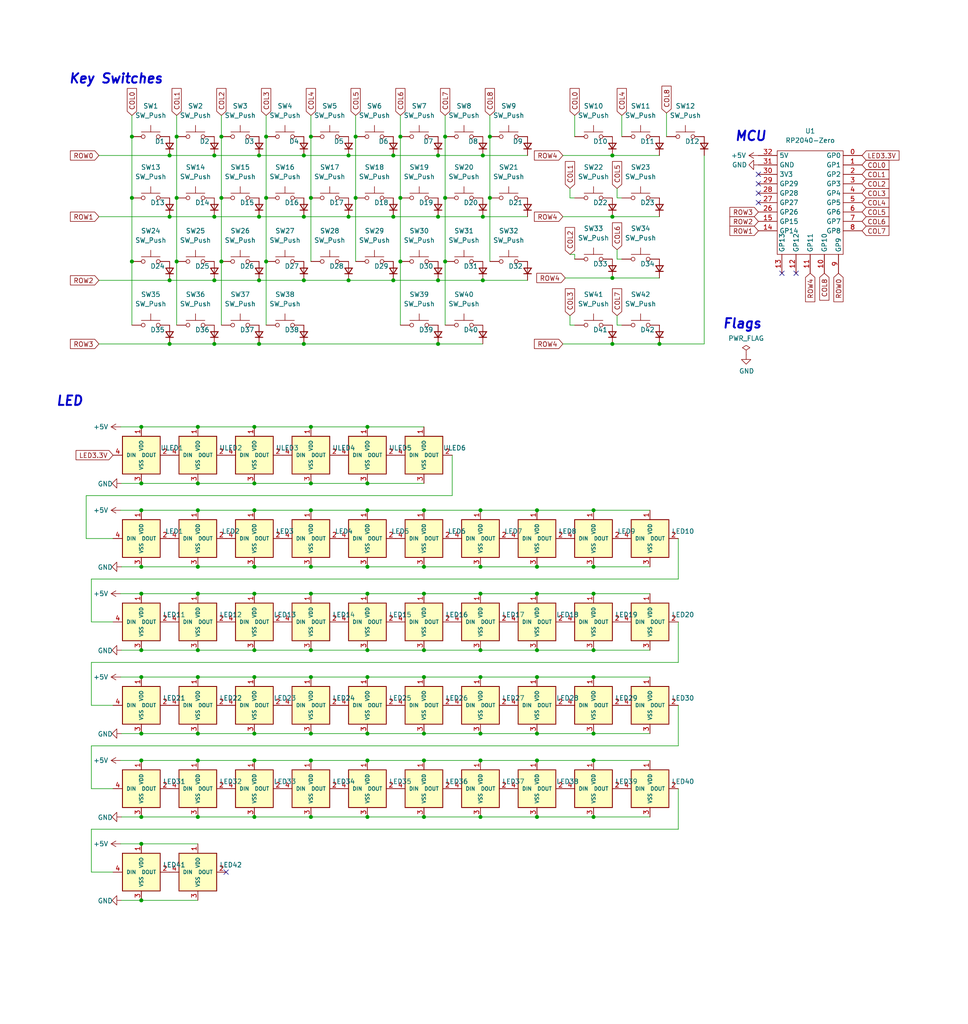
<source format=kicad_sch>
(kicad_sch (version 20231120) (generator "eeschema") (generator_version "8.0")
  (paper "User" 260.985 275.996)
  (title_block (title "Manul (Noraneko42GR choc v2 mod)") (rev "v2.0"))
  (junction (at 45.72 58.42))
  (junction (at 69.85 58.42))
  (junction (at 129.54 197.739))
  (junction (at 99.06 182.499))
  (junction (at 38.1 130.302))
  (junction (at 118.11 75.565))
  (junction (at 68.58 115.062))
  (junction (at 53.34 130.302))
  (junction (at 35.56 70.485))
  (junction (at 129.54 204.978))
  (junction (at 144.78 175.26))
  (junction (at 106.045 58.42))
  (junction (at 144.78 160.02))
  (junction (at 83.82 182.499))
  (junction (at 68.58 160.02))
  (junction (at 45.72 92.71))
  (junction (at 144.78 204.978))
  (junction (at 99.06 204.978))
  (junction (at 107.95 70.485))
  (junction (at 83.82 197.739))
  (junction (at 130.175 41.91))
  (junction (at 81.915 41.91))
  (junction (at 38.1 182.499))
  (junction (at 38.1 160.02))
  (junction (at 129.54 220.218))
  (junction (at 99.06 152.781))
  (junction (at 53.34 152.781))
  (junction (at 165.1 41.91))
  (junction (at 35.56 36.83))
  (junction (at 99.06 220.218))
  (junction (at 53.34 204.978))
  (junction (at 68.58 220.218))
  (junction (at 95.885 53.34))
  (junction (at 53.34 137.541))
  (junction (at 38.1 115.062))
  (junction (at 68.58 204.978))
  (junction (at 83.82 175.26))
  (junction (at 45.72 41.91))
  (junction (at 118.11 92.71))
  (junction (at 160.02 137.541))
  (junction (at 129.54 175.26))
  (junction (at 38.1 242.697))
  (junction (at 160.02 152.781))
  (junction (at 53.34 160.02))
  (junction (at 129.54 152.781))
  (junction (at 59.69 36.83))
  (junction (at 130.175 75.565))
  (junction (at 93.98 58.42))
  (junction (at 99.06 115.062))
  (junction (at 129.54 182.499))
  (junction (at 160.02 160.02))
  (junction (at 114.3 204.978))
  (junction (at 165.1 74.93))
  (junction (at 81.915 75.565))
  (junction (at 93.98 75.565))
  (junction (at 57.785 75.565))
  (junction (at 160.02 220.218))
  (junction (at 47.625 70.485))
  (junction (at 71.755 36.83))
  (junction (at 144.78 220.218))
  (junction (at 83.82 152.781))
  (junction (at 99.06 160.02))
  (junction (at 68.58 130.302))
  (junction (at 68.58 137.541))
  (junction (at 83.82 137.541))
  (junction (at 130.175 58.42))
  (junction (at 118.11 58.42))
  (junction (at 59.69 70.485))
  (junction (at 144.78 152.781))
  (junction (at 144.78 137.541))
  (junction (at 114.3 182.499))
  (junction (at 114.3 160.02))
  (junction (at 83.82 220.218))
  (junction (at 177.8 92.71))
  (junction (at 38.1 204.978))
  (junction (at 106.045 41.91))
  (junction (at 120.015 36.83))
  (junction (at 114.3 197.739))
  (junction (at 107.95 36.83))
  (junction (at 95.885 36.83))
  (junction (at 68.58 197.739))
  (junction (at 38.1 197.739))
  (junction (at 120.015 70.485))
  (junction (at 165.1 58.42))
  (junction (at 83.82 160.02))
  (junction (at 53.34 182.499))
  (junction (at 165.1 92.71))
  (junction (at 53.34 115.062))
  (junction (at 47.625 36.83))
  (junction (at 68.58 182.499))
  (junction (at 107.95 53.34))
  (junction (at 99.06 130.302))
  (junction (at 99.06 197.739))
  (junction (at 68.58 175.26))
  (junction (at 35.56 53.34))
  (junction (at 53.34 197.739))
  (junction (at 38.1 175.26))
  (junction (at 57.785 92.71))
  (junction (at 114.3 175.26))
  (junction (at 38.1 220.218))
  (junction (at 59.69 53.34))
  (junction (at 144.78 197.739))
  (junction (at 45.72 75.565))
  (junction (at 57.785 58.42))
  (junction (at 118.11 41.91))
  (junction (at 114.3 137.541))
  (junction (at 160.02 175.26))
  (junction (at 71.755 70.485))
  (junction (at 99.06 137.541))
  (junction (at 106.045 75.565))
  (junction (at 38.1 137.541))
  (junction (at 83.82 130.302))
  (junction (at 160.02 182.499))
  (junction (at 160.02 204.978))
  (junction (at 93.98 41.91))
  (junction (at 69.85 75.565))
  (junction (at 160.02 197.739))
  (junction (at 114.3 152.781))
  (junction (at 57.785 41.91))
  (junction (at 144.78 182.499))
  (junction (at 81.915 58.42))
  (junction (at 99.06 175.26))
  (junction (at 81.915 92.71))
  (junction (at 71.755 53.34))
  (junction (at 53.34 175.26))
  (junction (at 47.625 53.34))
  (junction (at 114.3 220.218))
  (junction (at 68.58 152.781))
  (junction (at 69.85 92.71))
  (junction (at 38.1 227.457))
  (junction (at 83.82 204.978))
  (junction (at 129.54 160.02))
  (junction (at 129.54 137.541))
  (junction (at 83.82 36.83))
  (junction (at 83.82 115.062))
  (junction (at 53.34 220.218))
  (junction (at 83.82 53.34))
  (junction (at 38.1 152.781))
  (junction (at 132.08 36.83))
  (junction (at 69.85 41.91))
  (junction (at 120.015 53.34))
  (junction (at 132.08 53.34))
  (no_connect (at 210.82 73.66))
  (no_connect (at 204.47 49.53))
  (no_connect (at 204.47 54.61))
  (no_connect (at 214.63 73.66))
  (no_connect (at 204.47 46.99))
  (no_connect (at 204.47 52.07))
  (no_connect (at 60.96 235.077))
  (wire (pts (xy 132.08 53.34) (xy 132.08 70.485)))
  (wire (pts (xy 160.02 137.541) (xy 175.26 137.541)))
  (wire (pts (xy 45.72 41.91) (xy 57.785 41.91)))
  (wire (pts (xy 38.1 160.02) (xy 53.34 160.02)))
  (wire (pts (xy 38.1 197.739) (xy 53.34 197.739)))
  (wire (pts (xy 160.02 204.978) (xy 175.26 204.978)))
  (wire (pts (xy 99.06 182.499) (xy 114.3 182.499)))
  (wire (pts (xy 165.1 41.91) (xy 177.8 41.91)))
  (wire (pts (xy 107.95 53.34) (xy 107.95 70.485)))
  (wire (pts (xy 57.785 58.42) (xy 69.85 58.42)))
  (wire (pts (xy 160.02 197.739) (xy 175.26 197.739)))
  (wire (pts (xy 152.4 74.93) (xy 165.1 74.93)))
  (wire (pts (xy 160.02 175.26) (xy 175.26 175.26)))
  (wire (pts (xy 114.3 197.739) (xy 129.54 197.739)))
  (wire (pts (xy 95.885 31.115) (xy 95.885 36.83)))
  (wire (pts (xy 59.69 31.115) (xy 59.69 36.83)))
  (wire (pts (xy 182.88 190.119) (xy 182.88 201.041)))
  (wire (pts (xy 24.638 190.119) (xy 30.48 190.119)))
  (wire (pts (xy 38.1 175.26) (xy 53.34 175.26)))
  (wire (pts (xy 121.92 133.604) (xy 23.241 133.604)))
  (wire (pts (xy 165.1 58.42) (xy 177.8 58.42)))
  (wire (pts (xy 32.766 197.739) (xy 38.1 197.739)))
  (wire (pts (xy 53.34 160.02) (xy 68.58 160.02)))
  (wire (pts (xy 99.06 160.02) (xy 114.3 160.02)))
  (wire (pts (xy 118.11 92.71) (xy 130.175 92.71)))
  (wire (pts (xy 32.512 115.062) (xy 38.1 115.062)))
  (wire (pts (xy 114.3 175.26) (xy 129.54 175.26)))
  (wire (pts (xy 68.58 115.062) (xy 83.82 115.062)))
  (wire (pts (xy 26.67 58.42) (xy 45.72 58.42)))
  (wire (pts (xy 69.85 41.91) (xy 81.915 41.91)))
  (wire (pts (xy 129.54 220.218) (xy 144.78 220.218)))
  (wire (pts (xy 114.3 160.02) (xy 129.54 160.02)))
  (wire (pts (xy 57.785 41.91) (xy 69.85 41.91)))
  (wire (pts (xy 57.785 92.71) (xy 69.85 92.71)))
  (wire (pts (xy 121.92 122.682) (xy 121.92 133.604)))
  (wire (pts (xy 24.638 212.598) (xy 30.48 212.598)))
  (wire (pts (xy 114.3 182.499) (xy 129.54 182.499)))
  (wire (pts (xy 120.015 53.34) (xy 120.015 70.485)))
  (wire (pts (xy 35.56 53.34) (xy 35.56 70.485)))
  (wire (pts (xy 189.865 41.91) (xy 189.865 92.71)))
  (wire (pts (xy 118.11 41.91) (xy 130.175 41.91)))
  (wire (pts (xy 179.705 30.48) (xy 179.705 36.83)))
  (wire (pts (xy 53.34 115.062) (xy 68.58 115.062)))
  (wire (pts (xy 129.54 182.499) (xy 144.78 182.499)))
  (wire (pts (xy 166.37 85.09) (xy 166.37 87.63)))
  (wire (pts (xy 32.512 227.457) (xy 38.1 227.457)))
  (wire (pts (xy 32.766 220.218) (xy 38.1 220.218)))
  (wire (pts (xy 151.765 58.42) (xy 165.1 58.42)))
  (wire (pts (xy 53.34 182.499) (xy 68.58 182.499)))
  (wire (pts (xy 182.88 178.562) (xy 24.638 178.562)))
  (wire (pts (xy 166.37 67.31) (xy 166.37 69.85)))
  (wire (pts (xy 165.1 92.71) (xy 177.8 92.71)))
  (wire (pts (xy 153.67 50.8) (xy 153.67 53.34)))
  (wire (pts (xy 38.1 182.499) (xy 53.34 182.499)))
  (wire (pts (xy 83.82 115.062) (xy 99.06 115.062)))
  (wire (pts (xy 182.88 212.598) (xy 182.88 223.52)))
  (wire (pts (xy 81.915 58.42) (xy 93.98 58.42)))
  (wire (pts (xy 38.1 220.218) (xy 53.34 220.218)))
  (wire (pts (xy 83.82 204.978) (xy 99.06 204.978)))
  (wire (pts (xy 106.045 41.91) (xy 118.11 41.91)))
  (wire (pts (xy 71.755 53.34) (xy 71.755 70.485)))
  (wire (pts (xy 83.82 36.83) (xy 83.82 53.34)))
  (wire (pts (xy 24.638 235.077) (xy 30.48 235.077)))
  (wire (pts (xy 182.88 156.083) (xy 24.638 156.083)))
  (wire (pts (xy 24.638 156.083) (xy 24.638 167.64)))
  (wire (pts (xy 83.82 220.218) (xy 99.06 220.218)))
  (wire (pts (xy 53.34 175.26) (xy 68.58 175.26)))
  (wire (pts (xy 130.175 58.42) (xy 142.24 58.42)))
  (wire (pts (xy 93.98 75.565) (xy 106.045 75.565)))
  (wire (pts (xy 24.638 212.598) (xy 24.638 201.041)))
  (wire (pts (xy 83.82 137.541) (xy 99.06 137.541)))
  (wire (pts (xy 35.56 70.485) (xy 35.56 87.63)))
  (wire (pts (xy 99.06 130.302) (xy 114.3 130.302)))
  (wire (pts (xy 93.98 58.42) (xy 106.045 58.42)))
  (wire (pts (xy 118.11 58.42) (xy 130.175 58.42)))
  (wire (pts (xy 24.638 190.119) (xy 24.638 178.562)))
  (wire (pts (xy 38.1 204.978) (xy 53.34 204.978)))
  (wire (pts (xy 154.94 68.58) (xy 154.94 69.85)))
  (wire (pts (xy 32.766 130.302) (xy 38.1 130.302)))
  (wire (pts (xy 129.54 197.739) (xy 144.78 197.739)))
  (wire (pts (xy 130.175 75.565) (xy 142.24 75.565)))
  (wire (pts (xy 69.85 75.565) (xy 81.915 75.565)))
  (wire (pts (xy 182.88 201.041) (xy 24.638 201.041)))
  (wire (pts (xy 68.58 175.26) (xy 83.82 175.26)))
  (wire (pts (xy 154.94 31.115) (xy 154.94 36.83)))
  (wire (pts (xy 83.82 152.781) (xy 99.06 152.781)))
  (wire (pts (xy 166.37 50.8) (xy 166.37 53.34)))
  (wire (pts (xy 167.64 31.115) (xy 167.64 36.83)))
  (wire (pts (xy 83.82 182.499) (xy 99.06 182.499)))
  (wire (pts (xy 68.58 137.541) (xy 83.82 137.541)))
  (wire (pts (xy 68.58 152.781) (xy 83.82 152.781)))
  (wire (pts (xy 68.58 160.02) (xy 83.82 160.02)))
  (wire (pts (xy 165.1 74.93) (xy 177.8 74.93)))
  (wire (pts (xy 182.88 145.161) (xy 182.88 156.083)))
  (wire (pts (xy 129.54 204.978) (xy 144.78 204.978)))
  (wire (pts (xy 107.95 70.485) (xy 107.95 87.63)))
  (wire (pts (xy 153.67 68.58) (xy 154.94 68.58)))
  (wire (pts (xy 35.56 31.115) (xy 35.56 36.83)))
  (wire (pts (xy 47.625 70.485) (xy 47.625 87.63)))
  (wire (pts (xy 153.67 87.63) (xy 154.94 87.63)))
  (wire (pts (xy 68.58 130.302) (xy 83.82 130.302)))
  (wire (pts (xy 144.78 137.541) (xy 160.02 137.541)))
  (wire (pts (xy 45.72 75.565) (xy 57.785 75.565)))
  (wire (pts (xy 93.98 41.91) (xy 106.045 41.91)))
  (wire (pts (xy 53.34 197.739) (xy 68.58 197.739)))
  (wire (pts (xy 182.88 223.52) (xy 24.638 223.52)))
  (wire (pts (xy 45.72 58.42) (xy 57.785 58.42)))
  (wire (pts (xy 53.34 130.302) (xy 68.58 130.302)))
  (wire (pts (xy 95.885 53.34) (xy 95.885 70.485)))
  (wire (pts (xy 35.56 36.83) (xy 35.56 53.34)))
  (wire (pts (xy 99.06 175.26) (xy 114.3 175.26)))
  (wire (pts (xy 59.69 70.485) (xy 59.69 87.63)))
  (wire (pts (xy 129.54 160.02) (xy 144.78 160.02)))
  (wire (pts (xy 182.88 167.64) (xy 182.88 178.562)))
  (wire (pts (xy 26.67 92.71) (xy 45.72 92.71)))
  (wire (pts (xy 129.54 152.781) (xy 144.78 152.781)))
  (wire (pts (xy 132.08 36.83) (xy 132.08 53.34)))
  (wire (pts (xy 144.78 152.781) (xy 160.02 152.781)))
  (wire (pts (xy 38.1 130.302) (xy 53.34 130.302)))
  (wire (pts (xy 160.02 152.781) (xy 175.26 152.781)))
  (wire (pts (xy 81.915 92.71) (xy 118.11 92.71)))
  (wire (pts (xy 130.175 41.91) (xy 142.24 41.91)))
  (wire (pts (xy 144.78 175.26) (xy 160.02 175.26)))
  (wire (pts (xy 68.58 182.499) (xy 83.82 182.499)))
  (wire (pts (xy 153.67 85.09) (xy 153.67 87.63)))
  (wire (pts (xy 69.85 58.42) (xy 81.915 58.42)))
  (wire (pts (xy 38.1 227.457) (xy 53.34 227.457)))
  (wire (pts (xy 53.34 220.218) (xy 68.58 220.218)))
  (wire (pts (xy 24.638 235.077) (xy 24.638 223.52)))
  (wire (pts (xy 99.06 115.062) (xy 114.3 115.062)))
  (wire (pts (xy 68.58 204.978) (xy 83.82 204.978)))
  (wire (pts (xy 166.37 53.34) (xy 167.64 53.34)))
  (wire (pts (xy 114.3 137.541) (xy 129.54 137.541)))
  (wire (pts (xy 53.34 152.781) (xy 68.58 152.781)))
  (wire (pts (xy 71.755 31.115) (xy 71.755 36.83)))
  (wire (pts (xy 69.85 92.71) (xy 81.915 92.71)))
  (wire (pts (xy 81.915 75.565) (xy 93.98 75.565)))
  (wire (pts (xy 26.67 75.565) (xy 45.72 75.565)))
  (wire (pts (xy 26.67 41.91) (xy 45.72 41.91)))
  (wire (pts (xy 83.82 197.739) (xy 99.06 197.739)))
  (wire (pts (xy 177.8 92.71) (xy 189.865 92.71)))
  (wire (pts (xy 45.72 92.71) (xy 57.785 92.71)))
  (wire (pts (xy 114.3 220.218) (xy 129.54 220.218)))
  (wire (pts (xy 47.625 31.115) (xy 47.625 36.83)))
  (wire (pts (xy 47.625 36.83) (xy 47.625 53.34)))
  (wire (pts (xy 120.015 70.485) (xy 120.015 87.63)))
  (wire (pts (xy 99.06 137.541) (xy 114.3 137.541)))
  (wire (pts (xy 71.755 36.83) (xy 71.755 53.34)))
  (wire (pts (xy 144.78 204.978) (xy 160.02 204.978)))
  (wire (pts (xy 23.241 145.161) (xy 30.48 145.161)))
  (wire (pts (xy 47.625 53.34) (xy 47.625 70.485)))
  (wire (pts (xy 120.015 36.83) (xy 120.015 53.34)))
  (wire (pts (xy 53.34 204.978) (xy 68.58 204.978)))
  (wire (pts (xy 83.82 130.302) (xy 99.06 130.302)))
  (wire (pts (xy 32.766 152.781) (xy 38.1 152.781)))
  (wire (pts (xy 38.1 115.062) (xy 53.34 115.062)))
  (wire (pts (xy 83.82 31.115) (xy 83.82 36.83)))
  (wire (pts (xy 106.045 58.42) (xy 118.11 58.42)))
  (wire (pts (xy 160.02 182.499) (xy 175.26 182.499)))
  (wire (pts (xy 114.3 204.978) (xy 129.54 204.978)))
  (wire (pts (xy 132.08 31.115) (xy 132.08 36.83)))
  (wire (pts (xy 83.82 160.02) (xy 99.06 160.02)))
  (wire (pts (xy 129.54 175.26) (xy 144.78 175.26)))
  (wire (pts (xy 32.512 204.978) (xy 38.1 204.978)))
  (wire (pts (xy 151.765 41.91) (xy 165.1 41.91)))
  (wire (pts (xy 68.58 197.739) (xy 83.82 197.739)))
  (wire (pts (xy 83.82 53.34) (xy 83.82 70.485)))
  (wire (pts (xy 59.69 53.34) (xy 59.69 70.485)))
  (wire (pts (xy 99.06 204.978) (xy 114.3 204.978)))
  (wire (pts (xy 32.512 160.02) (xy 38.1 160.02)))
  (wire (pts (xy 160.02 220.218) (xy 175.26 220.218)))
  (wire (pts (xy 160.02 160.02) (xy 175.26 160.02)))
  (wire (pts (xy 32.766 175.26) (xy 38.1 175.26)))
  (wire (pts (xy 83.82 175.26) (xy 99.06 175.26)))
  (wire (pts (xy 95.885 36.83) (xy 95.885 53.34)))
  (wire (pts (xy 81.915 41.91) (xy 93.98 41.91)))
  (wire (pts (xy 151.765 92.71) (xy 165.1 92.71)))
  (wire (pts (xy 71.755 70.485) (xy 71.755 87.63)))
  (wire (pts (xy 129.54 137.541) (xy 144.78 137.541)))
  (wire (pts (xy 57.785 75.565) (xy 69.85 75.565)))
  (wire (pts (xy 32.512 137.541) (xy 38.1 137.541)))
  (wire (pts (xy 38.1 242.697) (xy 53.34 242.697)))
  (wire (pts (xy 114.3 152.781) (xy 129.54 152.781)))
  (wire (pts (xy 99.06 152.781) (xy 114.3 152.781)))
  (wire (pts (xy 59.69 36.83) (xy 59.69 53.34)))
  (wire (pts (xy 153.67 53.34) (xy 154.94 53.34)))
  (wire (pts (xy 120.015 31.115) (xy 120.015 36.83)))
  (wire (pts (xy 32.512 182.499) (xy 38.1 182.499)))
  (wire (pts (xy 144.78 182.499) (xy 160.02 182.499)))
  (wire (pts (xy 68.58 220.218) (xy 83.82 220.218)))
  (wire (pts (xy 166.37 87.63) (xy 167.64 87.63)))
  (wire (pts (xy 144.78 160.02) (xy 160.02 160.02)))
  (wire (pts (xy 118.11 75.565) (xy 130.175 75.565)))
  (wire (pts (xy 38.1 137.541) (xy 53.34 137.541)))
  (wire (pts (xy 107.95 36.83) (xy 107.95 53.34)))
  (wire (pts (xy 38.1 152.781) (xy 53.34 152.781)))
  (wire (pts (xy 144.78 220.218) (xy 160.02 220.218)))
  (wire (pts (xy 99.06 197.739) (xy 114.3 197.739)))
  (wire (pts (xy 107.95 31.115) (xy 107.95 36.83)))
  (wire (pts (xy 144.78 197.739) (xy 160.02 197.739)))
  (wire (pts (xy 53.34 137.541) (xy 68.58 137.541)))
  (wire (pts (xy 24.638 167.64) (xy 30.48 167.64)))
  (wire (pts (xy 99.06 220.218) (xy 114.3 220.218)))
  (wire (pts (xy 166.37 69.85) (xy 167.64 69.85)))
  (wire (pts (xy 23.241 133.604) (xy 23.241 145.161)))
  (wire (pts (xy 32.766 242.697) (xy 38.1 242.697)))
  (wire (pts (xy 106.045 75.565) (xy 118.11 75.565)))
  (text "MCU" (at 197.993 38.354 0) (effects (font (size 2.54 2.54) (thickness 0.508) (bold yes) (italic yes)) (justify left bottom)))
  (text "LED" (at 14.986 109.728 0) (effects (font (size 2.54 2.54) (thickness 0.508) (bold yes) (italic yes)) (justify left bottom)))
  (text "Flags" (at 194.691 88.9 0) (effects (font (size 2.54 2.54) (thickness 0.508) (bold yes) (italic yes)) (justify left bottom)))
  (text "Key Switches" (at 18.415 22.86 0) (effects (font (size 2.54 2.54) (thickness 0.508) (bold yes) (italic yes)) (justify left bottom)))
  (global_label "LED3.3V" (shape input) (at 30.48 122.682 180) (property "Intersheetrefs" "${INTERSHEET_REFS}" (effects (hide yes))) (property "シート間のリファレンス" "${INTERSHEET_REFS}" (effects (hide yes))))
  (global_label "COL2" (shape input) (at 153.67 68.58 90) (property "Intersheetrefs" "${INTERSHEET_REFS}" (effects (hide yes))))
  (global_label "COL3" (shape input) (at 71.755 31.115 90) (property "Intersheetrefs" "${INTERSHEET_REFS}" (effects (hide yes))))
  (global_label "COL4" (shape input) (at 167.64 31.115 90) (property "Intersheetrefs" "${INTERSHEET_REFS}" (effects (hide yes))))
  (global_label "ROW4" (shape input) (at 151.765 58.42 180) (property "Intersheetrefs" "${INTERSHEET_REFS}" (effects (hide yes))))
  (global_label "ROW1" (shape input) (at 26.67 58.42 180) (property "Intersheetrefs" "${INTERSHEET_REFS}" (effects (hide yes))))
  (global_label "COL4" (shape input) (at 83.82 31.115 90) (property "Intersheetrefs" "${INTERSHEET_REFS}" (effects (hide yes))))
  (global_label "COL5" (shape input) (at 95.885 31.115 90) (property "Intersheetrefs" "${INTERSHEET_REFS}" (effects (hide yes))))
  (global_label "ROW4" (shape input) (at 218.44 73.66 270) (property "Intersheetrefs" "${INTERSHEET_REFS}" (effects (hide yes))))
  (global_label "COL5" (shape input) (at 166.37 50.8 90) (property "Intersheetrefs" "${INTERSHEET_REFS}" (effects (hide yes))))
  (global_label "COL2" (shape input) (at 59.69 31.115 90) (property "Intersheetrefs" "${INTERSHEET_REFS}" (effects (hide yes))))
  (global_label "COL2" (shape input) (at 232.41 49.53 0) (property "Intersheetrefs" "${INTERSHEET_REFS}" (effects (hide yes))))
  (global_label "COL8" (shape input) (at 222.25 73.66 270) (property "Intersheetrefs" "${INTERSHEET_REFS}" (effects (hide yes))))
  (global_label "COL5" (shape input) (at 232.41 57.15 0) (property "Intersheetrefs" "${INTERSHEET_REFS}" (effects (hide yes))))
  (global_label "COL6" (shape input) (at 166.37 67.31 90) (property "Intersheetrefs" "${INTERSHEET_REFS}" (effects (hide yes))))
  (global_label "COL0" (shape input) (at 35.56 31.115 90) (property "Intersheetrefs" "${INTERSHEET_REFS}" (effects (hide yes))))
  (global_label "ROW4" (shape input) (at 151.765 92.71 180) (property "Intersheetrefs" "${INTERSHEET_REFS}" (effects (hide yes))))
  (global_label "COL4" (shape input) (at 232.41 54.61 0) (property "Intersheetrefs" "${INTERSHEET_REFS}" (effects (hide yes))))
  (global_label "ROW0" (shape input) (at 226.06 73.66 270) (property "Intersheetrefs" "${INTERSHEET_REFS}" (effects (hide yes))))
  (global_label "ROW2" (shape input) (at 204.47 59.69 180) (property "Intersheetrefs" "${INTERSHEET_REFS}" (effects (hide yes))))
  (global_label "ROW4" (shape input) (at 151.765 41.91 180) (property "Intersheetrefs" "${INTERSHEET_REFS}" (effects (hide yes))))
  (global_label "COL8" (shape input) (at 179.705 30.48 90) (property "Intersheetrefs" "${INTERSHEET_REFS}" (effects (hide yes))))
  (global_label "COL1" (shape input) (at 153.67 50.8 90) (property "Intersheetrefs" "${INTERSHEET_REFS}" (effects (hide yes))))
  (global_label "COL3" (shape input) (at 232.41 52.07 0) (property "Intersheetrefs" "${INTERSHEET_REFS}" (effects (hide yes))))
  (global_label "COL8" (shape input) (at 132.08 31.115 90) (property "Intersheetrefs" "${INTERSHEET_REFS}" (effects (hide yes))))
  (global_label "ROW0" (shape input) (at 26.67 41.91 180) (property "Intersheetrefs" "${INTERSHEET_REFS}" (effects (hide yes))))
  (global_label "COL3" (shape input) (at 153.67 85.09 90) (property "Intersheetrefs" "${INTERSHEET_REFS}" (effects (hide yes))))
  (global_label "ROW1" (shape input) (at 204.47 62.23 180) (property "Intersheetrefs" "${INTERSHEET_REFS}" (effects (hide yes))))
  (global_label "LED3.3V" (shape input) (at 232.41 41.91 0) (property "Intersheetrefs" "${INTERSHEET_REFS}" (effects (hide yes))) (property "シート間のリファレンス" "${INTERSHEET_REFS}" (effects (hide yes))))
  (global_label "COL6" (shape input) (at 107.95 31.115 90) (property "Intersheetrefs" "${INTERSHEET_REFS}" (effects (hide yes))))
  (global_label "COL0" (shape input) (at 154.94 31.115 90) (property "Intersheetrefs" "${INTERSHEET_REFS}" (effects (hide yes))))
  (global_label "COL1" (shape input) (at 232.41 46.99 0) (property "Intersheetrefs" "${INTERSHEET_REFS}" (effects (hide yes))))
  (global_label "ROW3" (shape input) (at 204.47 57.15 180) (property "Intersheetrefs" "${INTERSHEET_REFS}" (effects (hide yes))))
  (global_label "ROW2" (shape input) (at 26.67 75.565 180) (property "Intersheetrefs" "${INTERSHEET_REFS}" (effects (hide yes))))
  (global_label "ROW4" (shape input) (at 152.4 74.93 180) (property "Intersheetrefs" "${INTERSHEET_REFS}" (effects (hide yes))))
  (global_label "COL7" (shape input) (at 120.015 31.115 90) (property "Intersheetrefs" "${INTERSHEET_REFS}" (effects (hide yes))))
  (global_label "COL6" (shape input) (at 232.41 59.69 0) (property "Intersheetrefs" "${INTERSHEET_REFS}" (effects (hide yes))))
  (global_label "COL7" (shape input) (at 166.37 85.09 90) (property "Intersheetrefs" "${INTERSHEET_REFS}" (effects (hide yes))))
  (global_label "COL7" (shape input) (at 232.41 62.23 0) (property "Intersheetrefs" "${INTERSHEET_REFS}" (effects (hide yes))))
  (global_label "COL0" (shape input) (at 232.41 44.45 0) (property "Intersheetrefs" "${INTERSHEET_REFS}" (effects (hide yes))))
  (global_label "ROW3" (shape input) (at 26.67 92.71 180) (property "Intersheetrefs" "${INTERSHEET_REFS}" (effects (hide yes))))
  (global_label "COL1" (shape input) (at 47.625 31.115 90) (property "Intersheetrefs" "${INTERSHEET_REFS}" (effects (hide yes))))
  (symbol (lib_id "Noraneko:SK6812MINI-E") (at 53.34 167.64 0) (unit 1)
    (property "Reference" "LED12" (at 62.23 165.6956 0))
    (property "Value" "SK6812MINI-E" (effects (hide yes)))
    (property "Footprint" "Noraneko:SK6812MINI-E" (effects (hide yes)))
  )
  (symbol (lib_id "Switch:SW_Push") (at 76.835 70.485 0) (unit 1)
    (property "Reference" "SW27" (at 76.835 62.23 0))
    (property "Value" "SW_Push" (at 76.835 64.77 0))
    (property "Footprint" "kbd_SW:Choc_v2_Hotswap_1u" (effects (hide yes)))
  )
  (symbol (lib_id "Switch:SW_Push") (at 52.705 87.63 0) (unit 1)
    (property "Reference" "SW36" (at 52.705 79.375 0))
    (property "Value" "SW_Push" (at 52.705 81.915 0))
    (property "Footprint" "kbd_SW:Choc_v2_Hotswap_1.25u" (effects (hide yes)))
  )
  (symbol (lib_id "Switch:SW_Push") (at 52.705 53.34 0) (unit 1)
    (property "Reference" "SW14" (at 52.705 45.085 0))
    (property "Value" "SW_Push" (at 52.705 47.625 0))
    (property "Footprint" "kbd_SW:Choc_v2_Hotswap_1u" (effects (hide yes)))
  )
  (symbol (lib_id "Noraneko:SK6812MINI-E") (at 53.34 145.161 0) (unit 1)
    (property "Reference" "LED2" (at 62.23 143.2166 0))
    (property "Value" "SK6812MINI-E" (effects (hide yes)))
    (property "Footprint" "Noraneko:SK6812MINI-E" (effects (hide yes)))
  )
  (symbol (lib_id "Switch:SW_Push") (at 125.095 70.485 0) (unit 1)
    (property "Reference" "SW31" (at 125.095 62.23 0))
    (property "Value" "SW_Push" (at 125.095 64.77 0))
    (property "Footprint" "kbd_SW:Choc_v2_Hotswap_1u" (effects (hide yes)))
  )
  (symbol (lib_id "Noraneko:SK6812MINI-E") (at 114.3 212.598 0) (unit 1)
    (property "Reference" "LED36" (at 123.19 210.6536 0))
    (property "Value" "SK6812MINI-E" (effects (hide yes)))
    (property "Footprint" "Noraneko:SK6812MINI-E" (effects (hide yes)))
  )
  (symbol (lib_id "Noraneko:SK6812MINI-E") (at 83.82 145.161 0) (unit 1)
    (property "Reference" "LED4" (at 92.71 143.2166 0))
    (property "Value" "SK6812MINI-E" (effects (hide yes)))
    (property "Footprint" "Noraneko:SK6812MINI-E" (effects (hide yes)))
  )
  (symbol (lib_id "Noraneko:SK6812MINI-E") (at 129.54 167.64 0) (unit 1)
    (property "Reference" "LED17" (at 138.43 165.6956 0))
    (property "Value" "SK6812MINI-E" (effects (hide yes)))
    (property "Footprint" "Noraneko:SK6812MINI-E" (effects (hide yes)))
  )
  (symbol (lib_id "Device:D_Small") (at 177.8 90.17 90) (unit 1)
    (property "Reference" "D42" (at 176.53 88.9 90) (effects (justify left)))
    (property "Value" "D" (effects (hide yes)))
    (property "Footprint" "Noraneko:1N4148W" (effects (hide yes)))
    (property "LCSC" "C81598" (effects (hide yes)))
    (property "Sim.Device" "D" (effects (hide yes)))
    (property "Sim.Pins" "1=K 2=A" (effects (hide yes)))
  )
  (symbol (lib_id "Noraneko:SK6812MINI-E") (at 99.06 212.598 0) (unit 1)
    (property "Reference" "LED35" (at 107.95 210.6536 0))
    (property "Value" "SK6812MINI-E" (effects (hide yes)))
    (property "Footprint" "Noraneko:SK6812MINI-E" (effects (hide yes)))
  )
  (symbol (lib_id "Noraneko:SK6812MINI-E") (at 175.26 212.598 0) (unit 1)
    (property "Reference" "LED40" (at 184.15 210.6536 0))
    (property "Value" "SK6812MINI-E" (effects (hide yes)))
    (property "Footprint" "Noraneko:SK6812MINI-E" (effects (hide yes)))
  )
  (symbol (lib_id "Switch:SW_Push") (at 184.785 36.83 0) (unit 1)
    (property "Reference" "SW12" (at 184.785 28.575 0))
    (property "Value" "SW_Push" (at 184.785 31.115 0))
    (property "Footprint" "kbd_SW:Choc_v2_Hotswap_1u" (effects (hide yes)))
  )
  (symbol (lib_id "power:GND") (at 32.766 152.781 270) (unit 1)
    (property "Reference" "#PWR08" (effects (hide yes)))
    (property "Value" "GND" (at 28.3718 152.908 90))
  )
  (symbol (lib_id "Switch:SW_Push") (at 52.705 70.485 0) (unit 1)
    (property "Reference" "SW25" (at 52.705 62.23 0))
    (property "Value" "SW_Push" (at 52.705 64.77 0))
    (property "Footprint" "kbd_SW:Choc_v2_Hotswap_1u" (effects (hide yes)))
  )
  (symbol (lib_id "Noraneko:SK6812MINI-E") (at 99.06 190.119 0) (unit 1)
    (property "Reference" "LED25" (at 107.95 188.1746 0))
    (property "Value" "SK6812MINI-E" (effects (hide yes)))
    (property "Footprint" "Noraneko:SK6812MINI-E" (effects (hide yes)))
  )
  (symbol (lib_id "Switch:SW_Push") (at 40.64 53.34 0) (unit 1)
    (property "Reference" "SW13" (at 40.64 45.085 0))
    (property "Value" "SW_Push" (at 40.64 47.625 0))
    (property "Footprint" "kbd_SW:Choc_v2_Hotswap_1.25u" (effects (hide yes)))
  )
  (symbol (lib_id "Device:D_Small") (at 165.1 90.17 90) (unit 1)
    (property "Reference" "D41" (at 163.83 88.9 90) (effects (justify left)))
    (property "Value" "D" (effects (hide yes)))
    (property "Footprint" "Noraneko:1N4148W" (effects (hide yes)))
    (property "LCSC" "C81598" (effects (hide yes)))
    (property "Sim.Device" "D" (effects (hide yes)))
    (property "Sim.Pins" "1=K 2=A" (effects (hide yes)))
  )
  (symbol (lib_id "Noraneko:SK6812MINI-E") (at 83.82 212.598 0) (unit 1)
    (property "Reference" "LED34" (at 92.71 210.6536 0))
    (property "Value" "SK6812MINI-E" (effects (hide yes)))
    (property "Footprint" "Noraneko:SK6812MINI-E" (effects (hide yes)))
  )
  (symbol (lib_id "Device:D_Small") (at 189.865 39.37 90) (unit 1)
    (property "Reference" "D12" (at 188.595 38.1 90) (effects (justify left)))
    (property "Value" "D" (effects (hide yes)))
    (property "Footprint" "Noraneko:1N4148W" (effects (hide yes)))
    (property "LCSC" "C81598" (effects (hide yes)))
    (property "Sim.Device" "D" (effects (hide yes)))
    (property "Sim.Pins" "1=K 2=A" (effects (hide yes)))
  )
  (symbol (lib_id "Noraneko:SK6812MINI-E") (at 38.1 122.682 0) (unit 1)
    (property "Reference" "ULED1" (at 46.355 120.7376 0))
    (property "Value" "SK6812MINI-E" (effects (hide yes)))
    (property "Footprint" "Noraneko:WS2812B_PLCC4_5.0x5.0mm" (effects (hide yes)))
  )
  (symbol (lib_id "Device:D_Small") (at 177.8 72.39 90) (unit 1)
    (property "Reference" "D34" (at 176.53 71.12 90) (effects (justify left)))
    (property "Value" "D" (effects (hide yes)))
    (property "Footprint" "Noraneko:1N4148W" (effects (hide yes)))
    (property "LCSC" "C81598" (effects (hide yes)))
    (property "Sim.Device" "D" (effects (hide yes)))
    (property "Sim.Pins" "1=K 2=A" (effects (hide yes)))
  )
  (symbol (lib_id "Noraneko:SK6812MINI-E") (at 68.58 212.598 0) (unit 1)
    (property "Reference" "LED33" (at 76.835 210.6536 0))
    (property "Value" "SK6812MINI-E" (effects (hide yes)))
    (property "Footprint" "Noraneko:SK6812MINI-E_cat_right" (effects (hide yes)))
  )
  (symbol (lib_id "Switch:SW_Push") (at 137.16 36.83 0) (unit 1)
    (property "Reference" "SW9" (at 137.16 28.575 0))
    (property "Value" "SW_Push" (at 137.16 31.115 0))
    (property "Footprint" "kbd_SW:Choc_v2_Hotswap_1u" (effects (hide yes)))
  )
  (symbol (lib_id "Device:D_Small") (at 165.1 39.37 90) (unit 1)
    (property "Reference" "D10" (at 163.83 38.1 90) (effects (justify left)))
    (property "Value" "D" (effects (hide yes)))
    (property "Footprint" "Noraneko:1N4148W" (effects (hide yes)))
    (property "LCSC" "C81598" (effects (hide yes)))
    (property "Sim.Device" "D" (effects (hide yes)))
    (property "Sim.Pins" "1=K 2=A" (effects (hide yes)))
  )
  (symbol (lib_id "power:GND") (at 32.766 197.739 270) (unit 1)
    (property "Reference" "#PWR012" (effects (hide yes)))
    (property "Value" "GND" (at 28.3718 197.866 90))
  )
  (symbol (lib_id "Switch:SW_Push") (at 40.64 87.63 0) (unit 1)
    (property "Reference" "SW35" (at 40.64 79.375 0))
    (property "Value" "SW_Push" (at 40.64 81.915 0))
    (property "Footprint" "kbd_SW:Choc_v2_Hotswap_1u" (effects (hide yes)))
  )
  (symbol (lib_id "Noraneko:SK6812MINI-E") (at 99.06 145.161 0) (unit 1)
    (property "Reference" "LED5" (at 107.95 143.2166 0))
    (property "Value" "SK6812MINI-E" (effects (hide yes)))
    (property "Footprint" "Noraneko:SK6812MINI-E" (effects (hide yes)))
  )
  (symbol (lib_id "Switch:SW_Push") (at 88.9 53.34 0) (unit 1)
    (property "Reference" "SW17" (at 88.9 45.085 0))
    (property "Value" "SW_Push" (at 88.9 47.625 0))
    (property "Footprint" "kbd_SW:Choc_v2_Hotswap_1u" (effects (hide yes)))
  )
  (symbol (lib_id "Noraneko:SK6812MINI-E") (at 53.34 212.598 0) (unit 1)
    (property "Reference" "LED32" (at 62.23 210.6536 0))
    (property "Value" "SK6812MINI-E" (effects (hide yes)))
    (property "Footprint" "Noraneko:SK6812MINI-E" (effects (hide yes)))
  )
  (symbol (lib_id "Device:D_Small") (at 45.72 55.88 90) (unit 1)
    (property "Reference" "D13" (at 44.45 54.61 90) (effects (justify left)))
    (property "Value" "D" (effects (hide yes)))
    (property "Footprint" "Noraneko:1N4148W" (effects (hide yes)))
    (property "LCSC" "C81598" (effects (hide yes)))
    (property "Sim.Device" "D" (effects (hide yes)))
    (property "Sim.Pins" "1=K 2=A" (effects (hide yes)))
  )
  (symbol (lib_id "Noraneko:SK6812MINI-E") (at 160.02 167.64 0) (unit 1)
    (property "Reference" "LED19" (at 168.91 165.6956 0))
    (property "Value" "SK6812MINI-E" (effects (hide yes)))
    (property "Footprint" "Noraneko:SK6812MINI-E" (effects (hide yes)))
  )
  (symbol (lib_id "power:PWR_FLAG") (at 201.168 95.631 0) (unit 1)
    (property "Reference" "#FLG01" (effects (hide yes)))
    (property "Value" "PWR_FLAG" (at 201.168 91.2114 0))
  )
  (symbol (lib_id "Device:D_Small") (at 69.85 73.025 90) (unit 1)
    (property "Reference" "D26" (at 68.58 71.755 90) (effects (justify left)))
    (property "Value" "D" (effects (hide yes)))
    (property "Footprint" "Noraneko:1N4148W" (effects (hide yes)))
    (property "LCSC" "C81598" (effects (hide yes)))
    (property "Sim.Device" "D" (effects (hide yes)))
    (property "Sim.Pins" "1=K 2=A" (effects (hide yes)))
  )
  (symbol (lib_id "Noraneko:SK6812MINI-E") (at 160.02 212.598 0) (unit 1)
    (property "Reference" "LED39" (at 168.91 210.6536 0))
    (property "Value" "SK6812MINI-E" (effects (hide yes)))
    (property "Footprint" "Noraneko:SK6812MINI-E_cat_right" (effects (hide yes)))
  )
  (symbol (lib_id "Noraneko:SK6812MINI-E") (at 144.78 145.161 0) (unit 1)
    (property "Reference" "LED8" (at 153.035 143.2166 0))
    (property "Value" "SK6812MINI-E" (effects (hide yes)))
    (property "Footprint" "Noraneko:SK6812MINI-E" (effects (hide yes)))
  )
  (symbol (lib_id "Switch:SW_Push") (at 88.9 70.485 0) (unit 1)
    (property "Reference" "SW28" (at 88.9 62.23 0))
    (property "Value" "SW_Push" (at 88.9 64.77 0))
    (property "Footprint" "kbd_SW:Choc_v2_Hotswap_1u" (effects (hide yes)))
  )
  (symbol (lib_id "Noraneko:SK6812MINI-E") (at 53.34 190.119 0) (unit 1)
    (property "Reference" "LED22" (at 62.23 188.1746 0))
    (property "Value" "SK6812MINI-E" (effects (hide yes)))
    (property "Footprint" "Noraneko:SK6812MINI-E" (effects (hide yes)))
  )
  (symbol (lib_id "Noraneko:SK6812MINI-E") (at 129.54 190.119 0) (unit 1)
    (property "Reference" "LED27" (at 138.43 188.1746 0))
    (property "Value" "SK6812MINI-E" (effects (hide yes)))
    (property "Footprint" "Noraneko:SK6812MINI-E" (effects (hide yes)))
  )
  (symbol (lib_id "Switch:SW_Push") (at 160.02 69.85 0) (unit 1)
    (property "Reference" "SW33" (at 160.02 61.595 0))
    (property "Value" "SW_Push" (at 160.02 64.135 0))
    (property "Footprint" "kbd_SW:Choc_v2_Hotswap_1u" (effects (hide yes)))
  )
  (symbol (lib_id "Device:D_Small") (at 45.72 90.17 90) (unit 1)
    (property "Reference" "D35" (at 44.45 88.9 90) (effects (justify left)))
    (property "Value" "D" (effects (hide yes)))
    (property "Footprint" "Noraneko:1N4148W" (effects (hide yes)))
    (property "LCSC" "C81598" (effects (hide yes)))
    (property "Sim.Device" "D" (effects (hide yes)))
    (property "Sim.Pins" "1=K 2=A" (effects (hide yes)))
  )
  (symbol (lib_id "Switch:SW_Push") (at 113.03 70.485 0) (unit 1)
    (property "Reference" "SW30" (at 113.03 62.23 0))
    (property "Value" "SW_Push" (at 113.03 64.77 0))
    (property "Footprint" "kbd_SW:Choc_v2_Hotswap_1u" (effects (hide yes)))
  )
  (symbol (lib_id "power:GND") (at 32.766 175.26 270) (unit 1)
    (property "Reference" "#PWR010" (effects (hide yes)))
    (property "Value" "GND" (at 28.3718 175.387 90))
  )
  (symbol (lib_id "Switch:SW_Push") (at 172.72 87.63 0) (unit 1)
    (property "Reference" "SW42" (at 172.72 79.375 0))
    (property "Value" "SW_Push" (at 172.72 81.915 0))
    (property "Footprint" "kbd_SW:Choc_v2_Hotswap_1u" (effects (hide yes)))
  )
  (symbol (lib_id "Noraneko:SK6812MINI-E") (at 83.82 190.119 0) (unit 1)
    (property "Reference" "LED24" (at 92.71 188.1746 0))
    (property "Value" "SK6812MINI-E" (effects (hide yes)))
    (property "Footprint" "Noraneko:SK6812MINI-E" (effects (hide yes)))
  )
  (symbol (lib_id "Noraneko:SK6812MINI-E") (at 114.3 145.161 0) (unit 1)
    (property "Reference" "LED6" (at 123.19 143.2166 0))
    (property "Value" "SK6812MINI-E" (effects (hide yes)))
    (property "Footprint" "Noraneko:SK6812MINI-E" (effects (hide yes)))
  )
  (symbol (lib_id "Switch:SW_Push") (at 125.095 87.63 0) (unit 1)
    (property "Reference" "SW40" (at 125.095 79.375 0))
    (property "Value" "SW_Push" (at 125.095 81.915 0))
    (property "Footprint" "kbd_SW:Choc_v2_Hotswap_1.25u" (effects (hide yes)))
  )
  (symbol (lib_id "Switch:SW_Push") (at 76.835 53.34 0) (unit 1)
    (property "Reference" "SW16" (at 76.835 45.085 0))
    (property "Value" "SW_Push" (at 76.835 47.625 0))
    (property "Footprint" "kbd_SW:Choc_v2_Hotswap_1u" (effects (hide yes)))
  )
  (symbol (lib_id "Noraneko:SK6812MINI-E") (at 114.3 190.119 0) (unit 1)
    (property "Reference" "LED26" (at 123.19 188.1746 0))
    (property "Value" "SK6812MINI-E" (effects (hide yes)))
    (property "Footprint" "Noraneko:SK6812MINI-E_cat_right" (effects (hide yes)))
  )
  (symbol (lib_id "Device:D_Small") (at 69.85 39.37 90) (unit 1)
    (property "Reference" "D3" (at 68.58 38.1 90) (effects (justify left)))
    (property "Value" "D" (effects (hide yes)))
    (property "Footprint" "Noraneko:1N4148W" (effects (hide yes)))
    (property "LCSC" "C81598" (effects (hide yes)))
    (property "Sim.Device" "D" (effects (hide yes)))
    (property "Sim.Pins" "1=K 2=A" (effects (hide yes)))
  )
  (symbol (lib_id "Noraneko:SK6812MINI-E") (at 114.3 167.64 0) (unit 1)
    (property "Reference" "LED16" (at 123.19 165.6956 0))
    (property "Value" "SK6812MINI-E" (effects (hide yes)))
    (property "Footprint" "Noraneko:SK6812MINI-E" (effects (hide yes)))
  )
  (symbol (lib_id "Switch:SW_Push") (at 64.77 70.485 0) (unit 1)
    (property "Reference" "SW26" (at 64.77 62.23 0))
    (property "Value" "SW_Push" (at 64.77 64.77 0))
    (property "Footprint" "kbd_SW:Choc_v2_Hotswap_1u" (effects (hide yes)))
  )
  (symbol (lib_id "Switch:SW_Push") (at 137.16 53.34 0) (unit 1)
    (property "Reference" "SW21" (at 137.16 45.085 0))
    (property "Value" "SW_Push" (at 137.16 47.625 0))
    (property "Footprint" "kbd_SW:Choc_v2_Hotswap_1u" (effects (hide yes)))
  )
  (symbol (lib_id "Device:D_Small") (at 130.175 90.17 90) (unit 1)
    (property "Reference" "D40" (at 128.905 88.9 90) (effects (justify left)))
    (property "Value" "D" (effects (hide yes)))
    (property "Footprint" "Noraneko:1N4148W" (effects (hide yes)))
    (property "LCSC" "C81598" (effects (hide yes)))
    (property "Sim.Device" "D" (effects (hide yes)))
    (property "Sim.Pins" "1=K 2=A" (effects (hide yes)))
  )
  (symbol (lib_id "Switch:SW_Push") (at 172.72 69.85 0) (unit 1)
    (property "Reference" "SW34" (at 172.72 61.595 0))
    (property "Value" "SW_Push" (at 172.72 64.135 0))
    (property "Footprint" "kbd_SW:Choc_v2_Hotswap_1.25u" (effects (hide yes)))
  )
  (symbol (lib_id "Switch:SW_Push") (at 100.965 36.83 0) (unit 1)
    (property "Reference" "SW6" (at 100.965 28.575 0))
    (property "Value" "SW_Push" (at 100.965 31.115 0))
    (property "Footprint" "kbd_SW:Choc_v2_Hotswap_1u" (effects (hide yes)))
  )
  (symbol (lib_id "power:GND") (at 32.766 242.697 270) (unit 1)
    (property "Reference" "#PWR016" (effects (hide yes)))
    (property "Value" "GND" (at 28.3718 242.824 90))
  )
  (symbol (lib_id "Switch:SW_Push") (at 64.77 36.83 0) (unit 1)
    (property "Reference" "SW3" (at 64.77 28.575 0))
    (property "Value" "SW_Push" (at 64.77 31.115 0))
    (property "Footprint" "kbd_SW:Choc_v2_Hotswap_1u" (effects (hide yes)))
  )
  (symbol (lib_id "power:+5V") (at 204.47 41.91 90) (unit 1)
    (property "Reference" "#PWR01" (effects (hide yes)))
    (property "Value" "+5V" (at 199.136 41.91 90))
  )
  (symbol (lib_id "Device:D_Small") (at 130.175 73.025 90) (unit 1)
    (property "Reference" "D31" (at 128.905 71.755 90) (effects (justify left)))
    (property "Value" "D" (effects (hide yes)))
    (property "Footprint" "Noraneko:1N4148W" (effects (hide yes)))
    (property "LCSC" "C81598" (effects (hide yes)))
    (property "Sim.Device" "D" (effects (hide yes)))
    (property "Sim.Pins" "1=K 2=A" (effects (hide yes)))
  )
  (symbol (lib_id "power:GND") (at 32.766 130.302 270) (unit 1)
    (property "Reference" "#PWR06" (effects (hide yes)))
    (property "Value" "GND" (at 28.3718 130.429 90))
  )
  (symbol (lib_id "Device:D_Small") (at 142.24 39.37 90) (unit 1)
    (property "Reference" "D9" (at 140.97 38.1 90) (effects (justify left)))
    (property "Value" "D" (effects (hide yes)))
    (property "Footprint" "Noraneko:1N4148W" (effects (hide yes)))
    (property "LCSC" "C81598" (effects (hide yes)))
    (property "Sim.Device" "D" (effects (hide yes)))
    (property "Sim.Pins" "1=K 2=A" (effects (hide yes)))
  )
  (symbol (lib_id "Switch:SW_Push") (at 40.64 36.83 0) (unit 1)
    (property "Reference" "SW1" (at 40.64 28.575 0))
    (property "Value" "SW_Push" (at 40.64 31.115 0))
    (property "Footprint" "kbd_SW:Choc_v2_Hotswap_1u" (effects (hide yes)))
  )
  (symbol (lib_id "Noraneko:SK6812MINI-E") (at 38.1 235.077 0) (unit 1)
    (property "Reference" "LED41" (at 46.99 233.1326 0))
    (property "Value" "SK6812MINI-E" (effects (hide yes)))
    (property "Footprint" "Noraneko:SK6812MINI-E" (effects (hide yes)))
  )
  (symbol (lib_id "Device:D_Small") (at 93.98 39.37 90) (unit 1)
    (property "Reference" "D5" (at 92.71 38.1 90) (effects (justify left)))
    (property "Value" "D" (effects (hide yes)))
    (property "Footprint" "Noraneko:1N4148W" (effects (hide yes)))
    (property "LCSC" "C81598" (effects (hide yes)))
    (property "Sim.Device" "D" (effects (hide yes)))
    (property "Sim.Pins" "1=K 2=A" (effects (hide yes)))
  )
  (symbol (lib_id "Device:D_Small") (at 118.11 55.88 90) (unit 1)
    (property "Reference" "D19" (at 116.84 54.61 90) (effects (justify left)))
    (property "Value" "D" (effects (hide yes)))
    (property "Footprint" "Noraneko:1N4148W" (effects (hide yes)))
    (property "LCSC" "C81598" (effects (hide yes)))
    (property "Sim.Device" "D" (effects (hide yes)))
    (property "Sim.Pins" "1=K 2=A" (effects (hide yes)))
  )
  (symbol (lib_id "Device:D_Small") (at 93.98 55.88 90) (unit 1)
    (property "Reference" "D17" (at 92.71 54.61 90) (effects (justify left)))
    (property "Value" "D" (effects (hide yes)))
    (property "Footprint" "Noraneko:1N4148W" (effects (hide yes)))
    (property "LCSC" "C81598" (effects (hide yes)))
    (property "Sim.Device" "D" (effects (hide yes)))
    (property "Sim.Pins" "1=K 2=A" (effects (hide yes)))
  )
  (symbol (lib_id "Switch:SW_Push") (at 160.02 36.83 0) (unit 1)
    (property "Reference" "SW10" (at 160.02 28.575 0))
    (property "Value" "SW_Push" (at 160.02 31.115 0))
    (property "Footprint" "kbd_SW:Choc_v2_Hotswap_1u" (effects (hide yes)))
  )
  (symbol (lib_id "Noraneko:RP2040-Zero") (at 218.44 35.56 0) (unit 1)
    (property "Reference" "U1" (at 218.44 35.306 0))
    (property "Value" "RP2040-Zero" (at 218.44 37.846 0))
    (property "Footprint" "Noraneko:RP2040-Zero-THT" (effects (hide yes)))
  )
  (symbol (lib_id "Device:D_Small") (at 45.72 39.37 90) (unit 1)
    (property "Reference" "D1" (at 44.45 38.1 90) (effects (justify left)))
    (property "Value" "D" (effects (hide yes)))
    (property "Footprint" "Noraneko:1N4148W" (effects (hide yes)))
    (property "LCSC" "C81598" (effects (hide yes)))
    (property "Sim.Device" "D" (effects (hide yes)))
    (property "Sim.Pins" "1=K 2=A" (effects (hide yes)))
  )
  (symbol (lib_id "Device:D_Small") (at 130.175 55.88 90) (unit 1)
    (property "Reference" "D20" (at 128.905 54.61 90) (effects (justify left)))
    (property "Value" "D" (effects (hide yes)))
    (property "Footprint" "Noraneko:1N4148W" (effects (hide yes)))
    (property "LCSC" "C81598" (effects (hide yes)))
    (property "Sim.Device" "D" (effects (hide yes)))
    (property "Sim.Pins" "1=K 2=A" (effects (hide yes)))
  )
  (symbol (lib_id "Switch:SW_Push") (at 40.64 70.485 0) (unit 1)
    (property "Reference" "SW24" (at 40.64 62.23 0))
    (property "Value" "SW_Push" (at 40.64 64.77 0))
    (property "Footprint" "kbd_SW:Choc_v2_Hotswap_1.75u" (effects (hide yes)))
  )
  (symbol (lib_id "Noraneko:SK6812MINI-E") (at 38.1 145.161 0) (unit 1)
    (property "Reference" "LED1" (at 46.99 143.2166 0))
    (property "Value" "SK6812MINI-E" (effects (hide yes)))
    (property "Footprint" "Noraneko:SK6812MINI-E_cat_right" (effects (hide yes)))
  )
  (symbol (lib_id "Noraneko:SK6812MINI-E") (at 68.58 122.682 0) (unit 1)
    (property "Reference" "ULED3" (at 77.47 120.7376 0))
    (property "Value" "SK6812MINI-E" (effects (hide yes)))
    (property "Footprint" "Noraneko:WS2812B_PLCC4_5.0x5.0mm" (effects (hide yes)))
  )
  (symbol (lib_id "power:+5V") (at 32.512 204.978 90) (unit 1)
    (property "Reference" "#PWR013" (effects (hide yes)))
    (property "Value" "+5V" (at 27.178 204.978 90))
  )
  (symbol (lib_id "power:+5V") (at 32.512 115.062 90) (unit 1)
    (property "Reference" "#PWR05" (effects (hide yes)))
    (property "Value" "+5V" (at 27.178 115.062 90))
  )
  (symbol (lib_id "Noraneko:SK6812MINI-E") (at 83.82 122.682 0) (unit 1)
    (property "Reference" "ULED4" (at 92.71 120.7376 0))
    (property "Value" "SK6812MINI-E" (effects (hide yes)))
    (property "Footprint" "Noraneko:WS2812B_PLCC4_5.0x5.0mm" (effects (hide yes)))
  )
  (symbol (lib_id "Switch:SW_Push") (at 160.02 87.63 0) (unit 1)
    (property "Reference" "SW41" (at 160.02 79.375 0))
    (property "Value" "SW_Push" (at 160.02 81.915 0))
    (property "Footprint" "kbd_SW:Choc_v2_Hotswap_1.25u" (effects (hide yes)))
  )
  (symbol (lib_id "power:GND") (at 32.766 220.218 270) (unit 1)
    (property "Reference" "#PWR014" (effects (hide yes)))
    (property "Value" "GND" (at 28.3718 220.345 90))
  )
  (symbol (lib_id "power:GND") (at 204.47 44.45 270) (unit 1)
    (property "Reference" "#PWR02" (effects (hide yes)))
    (property "Value" "GND" (at 199.39 44.45 90))
  )
  (symbol (lib_id "power:+5V") (at 32.512 227.457 90) (unit 1)
    (property "Reference" "#PWR015" (effects (hide yes)))
    (property "Value" "+5V" (at 27.178 227.457 90))
  )
  (symbol (lib_id "Noraneko:SK6812MINI-E") (at 160.02 145.161 0) (unit 1)
    (property "Reference" "LED9" (at 168.91 143.2166 0))
    (property "Value" "SK6812MINI-E" (effects (hide yes)))
    (property "Footprint" "Noraneko:SK6812MINI-E" (effects (hide yes)))
  )
  (symbol (lib_id "Device:D_Small") (at 106.045 39.37 90) (unit 1)
    (property "Reference" "D6" (at 104.775 38.1 90) (effects (justify left)))
    (property "Value" "D" (effects (hide yes)))
    (property "Footprint" "Noraneko:1N4148W" (effects (hide yes)))
    (property "LCSC" "C81598" (effects (hide yes)))
    (property "Sim.Device" "D" (effects (hide yes)))
    (property "Sim.Pins" "1=K 2=A" (effects (hide yes)))
  )
  (symbol (lib_id "Device:D_Small") (at 130.175 39.37 90) (unit 1)
    (property "Reference" "D8" (at 128.905 38.1 90) (effects (justify left)))
    (property "Value" "D" (effects (hide yes)))
    (property "Footprint" "Noraneko:1N4148W" (effects (hide yes)))
    (property "LCSC" "C81598" (effects (hide yes)))
    (property "Sim.Device" "D" (effects (hide yes)))
    (property "Sim.Pins" "1=K 2=A" (effects (hide yes)))
  )
  (symbol (lib_id "Noraneko:SK6812MINI-E") (at 160.02 190.119 0) (unit 1)
    (property "Reference" "LED29" (at 168.91 188.1746 0))
    (property "Value" "SK6812MINI-E" (effects (hide yes)))
    (property "Footprint" "Noraneko:SK6812MINI-E" (effects (hide yes)))
  )
  (symbol (lib_id "Device:D_Small") (at 57.785 55.88 90) (unit 1)
    (property "Reference" "D14" (at 56.515 54.61 90) (effects (justify left)))
    (property "Value" "D" (effects (hide yes)))
    (property "Footprint" "Noraneko:1N4148W" (effects (hide yes)))
    (property "LCSC" "C81598" (effects (hide yes)))
    (property "Sim.Device" "D" (effects (hide yes)))
    (property "Sim.Pins" "1=K 2=A" (effects (hide yes)))
  )
  (symbol (lib_id "Device:D_Small") (at 57.785 39.37 90) (unit 1)
    (property "Reference" "D2" (at 56.515 38.1 90) (effects (justify left)))
    (property "Value" "D" (effects (hide yes)))
    (property "Footprint" "Noraneko:1N4148W" (effects (hide yes)))
    (property "LCSC" "C81598" (effects (hide yes)))
    (property "Sim.Device" "D" (effects (hide yes)))
    (property "Sim.Pins" "1=K 2=A" (effects (hide yes)))
  )
  (symbol (lib_id "Noraneko:SK6812MINI-E") (at 175.26 145.161 0) (unit 1)
    (property "Reference" "LED10" (at 184.15 143.2166 0))
    (property "Value" "SK6812MINI-E" (effects (hide yes)))
    (property "Footprint" "Noraneko:SK6812MINI-E" (effects (hide yes)))
  )
  (symbol (lib_id "Noraneko:SK6812MINI-E") (at 175.26 190.119 0) (unit 1)
    (property "Reference" "LED30" (at 184.15 188.1746 0))
    (property "Value" "SK6812MINI-E" (effects (hide yes)))
    (property "Footprint" "Noraneko:SK6812MINI-E" (effects (hide yes)))
  )
  (symbol (lib_id "Noraneko:SK6812MINI-E") (at 144.78 190.119 0) (unit 1)
    (property "Reference" "LED28" (at 153.035 188.1746 0))
    (property "Value" "SK6812MINI-E" (effects (hide yes)))
    (property "Footprint" "Noraneko:SK6812MINI-E" (effects (hide yes)))
  )
  (symbol (lib_id "Device:D_Small") (at 81.915 73.025 90) (unit 1)
    (property "Reference" "D27" (at 80.645 71.755 90) (effects (justify left)))
    (property "Value" "D" (effects (hide yes)))
    (property "Footprint" "Noraneko:1N4148W" (effects (hide yes)))
    (property "LCSC" "C81598" (effects (hide yes)))
    (property "Sim.Device" "D" (effects (hide yes)))
    (property "Sim.Pins" "1=K 2=A" (effects (hide yes)))
  )
  (symbol (lib_id "Device:D_Small") (at 142.24 55.88 90) (unit 1)
    (property "Reference" "D21" (at 140.97 54.61 90) (effects (justify left)))
    (property "Value" "D" (effects (hide yes)))
    (property "Footprint" "Noraneko:1N4148W" (effects (hide yes)))
    (property "LCSC" "C81598" (effects (hide yes)))
    (property "Sim.Device" "D" (effects (hide yes)))
    (property "Sim.Pins" "1=K 2=A" (effects (hide yes)))
  )
  (symbol (lib_id "Switch:SW_Push") (at 100.965 53.34 0) (unit 1)
    (property "Reference" "SW18" (at 100.965 45.085 0))
    (property "Value" "SW_Push" (at 100.965 47.625 0))
    (property "Footprint" "kbd_SW:Choc_v2_Hotswap_1u" (effects (hide yes)))
  )
  (symbol (lib_id "Device:D_Small") (at 69.85 55.88 90) (unit 1)
    (property "Reference" "D15" (at 68.58 54.61 90) (effects (justify left)))
    (property "Value" "D" (effects (hide yes)))
    (property "Footprint" "Noraneko:1N4148W" (effects (hide yes)))
    (property "LCSC" "C81598" (effects (hide yes)))
    (property "Sim.Device" "D" (effects (hide yes)))
    (property "Sim.Pins" "1=K 2=A" (effects (hide yes)))
  )
  (symbol (lib_id "Noraneko:SK6812MINI-E") (at 38.1 212.598 0) (unit 1)
    (property "Reference" "LED31" (at 46.99 210.6536 0))
    (property "Value" "SK6812MINI-E" (effects (hide yes)))
    (property "Footprint" "Noraneko:SK6812MINI-E" (effects (hide yes)))
  )
  (symbol (lib_id "Noraneko:SK6812MINI-E") (at 144.78 167.64 0) (unit 1)
    (property "Reference" "LED18" (at 153.035 165.6956 0))
    (property "Value" "SK6812MINI-E" (effects (hide yes)))
    (property "Footprint" "Noraneko:SK6812MINI-E" (effects (hide yes)))
  )
  (symbol (lib_id "Noraneko:SK6812MINI-E") (at 68.58 145.161 0) (unit 1)
    (property "Reference" "LED3" (at 76.835 143.2166 0))
    (property "Value" "SK6812MINI-E" (effects (hide yes)))
    (property "Footprint" "Noraneko:SK6812MINI-E_cat_right" (effects (hide yes)))
  )
  (symbol (lib_id "Device:D_Small") (at 45.72 73.025 90) (unit 1)
    (property "Reference" "D24" (at 44.45 71.755 90) (effects (justify left)))
    (property "Value" "D" (effects (hide yes)))
    (property "Footprint" "Noraneko:1N4148W" (effects (hide yes)))
    (property "LCSC" "C81598" (effects (hide yes)))
    (property "Sim.Device" "D" (effects (hide yes)))
    (property "Sim.Pins" "1=K 2=A" (effects (hide yes)))
  )
  (symbol (lib_id "Noraneko:SK6812MINI-E") (at 38.1 167.64 0) (unit 1)
    (property "Reference" "LED11" (at 46.99 165.6956 0))
    (property "Value" "SK6812MINI-E" (effects (hide yes)))
    (property "Footprint" "Noraneko:SK6812MINI-E_cat_right" (effects (hide yes)))
  )
  (symbol (lib_id "Device:D_Small") (at 81.915 39.37 90) (unit 1)
    (property "Reference" "D4" (at 80.645 38.1 90) (effects (justify left)))
    (property "Value" "D" (effects (hide yes)))
    (property "Footprint" "Noraneko:1N4148W" (effects (hide yes)))
    (property "LCSC" "C81598" (effects (hide yes)))
    (property "Sim.Device" "D" (effects (hide yes)))
    (property "Sim.Pins" "1=K 2=A" (effects (hide yes)))
  )
  (symbol (lib_id "Noraneko:SK6812MINI-E") (at 68.58 190.119 0) (unit 1)
    (property "Reference" "LED23" (at 76.835 188.1746 0))
    (property "Value" "SK6812MINI-E" (effects (hide yes)))
    (property "Footprint" "Noraneko:SK6812MINI-E" (effects (hide yes)))
  )
  (symbol (lib_id "Device:D_Small") (at 165.1 55.88 90) (unit 1)
    (property "Reference" "D22" (at 163.83 54.61 90) (effects (justify left)))
    (property "Value" "D" (effects (hide yes)))
    (property "Footprint" "Noraneko:1N4148W" (effects (hide yes)))
    (property "LCSC" "C81598" (effects (hide yes)))
    (property "Sim.Device" "D" (effects (hide yes)))
    (property "Sim.Pins" "1=K 2=A" (effects (hide yes)))
  )
  (symbol (lib_id "Switch:SW_Push") (at 64.77 87.63 0) (unit 1)
    (property "Reference" "SW37" (at 64.77 79.375 0))
    (property "Value" "SW_Push" (at 64.77 81.915 0))
    (property "Footprint" "kbd_SW:Choc_v2_Hotswap_1.25u" (effects (hide yes)))
  )
  (symbol (lib_id "Switch:SW_Push") (at 76.835 36.83 0) (unit 1)
    (property "Reference" "SW4" (at 76.835 28.575 0))
    (property "Value" "SW_Push" (at 76.835 31.115 0))
    (property "Footprint" "kbd_SW:Choc_v2_Hotswap_1u" (effects (hide yes)))
  )
  (symbol (lib_id "Switch:SW_Push") (at 64.77 53.34 0) (unit 1)
    (property "Reference" "SW15" (at 64.77 45.085 0))
    (property "Value" "SW_Push" (at 64.77 47.625 0))
    (property "Footprint" "kbd_SW:Choc_v2_Hotswap_1u" (effects (hide yes)))
  )
  (symbol (lib_id "Device:D_Small") (at 177.8 55.88 90) (unit 1)
    (property "Reference" "D23" (at 176.53 54.61 90) (effects (justify left)))
    (property "Value" "D" (effects (hide yes)))
    (property "Footprint" "Noraneko:1N4148W" (effects (hide yes)))
    (property "LCSC" "C81598" (effects (hide yes)))
    (property "Sim.Device" "D" (effects (hide yes)))
    (property "Sim.Pins" "1=K 2=A" (effects (hide yes)))
  )
  (symbol (lib_id "Device:D_Small") (at 106.045 73.025 90) (unit 1)
    (property "Reference" "D29" (at 104.775 71.755 90) (effects (justify left)))
    (property "Value" "D" (effects (hide yes)))
    (property "Footprint" "Noraneko:1N4148W" (effects (hide yes)))
    (property "LCSC" "C81598" (effects (hide yes)))
    (property "Sim.Device" "D" (effects (hide yes)))
    (property "Sim.Pins" "1=K 2=A" (effects (hide yes)))
  )
  (symbol (lib_id "Noraneko:SK6812MINI-E") (at 68.58 167.64 0) (unit 1)
    (property "Reference" "LED13" (at 76.835 165.6956 0))
    (property "Value" "SK6812MINI-E" (effects (hide yes)))
    (property "Footprint" "Noraneko:SK6812MINI-E" (effects (hide yes)))
  )
  (symbol (lib_id "Noraneko:SK6812MINI-E") (at 53.34 235.077 0) (unit 1)
    (property "Reference" "LED42" (at 62.23 233.1326 0))
    (property "Value" "SK6812MINI-E" (effects (hide yes)))
    (property "Footprint" "Noraneko:SK6812MINI-E" (effects (hide yes)))
  )
  (symbol (lib_id "Noraneko:SK6812MINI-E") (at 114.3 122.682 0) (unit 1)
    (property "Reference" "ULED6" (at 122.555 120.7376 0))
    (property "Value" "SK6812MINI-E" (effects (hide yes)))
    (property "Footprint" "Noraneko:WS2812B_PLCC4_5.0x5.0mm" (effects (hide yes)))
  )
  (symbol (lib_id "Noraneko:SK6812MINI-E") (at 53.34 122.682 0) (unit 1)
    (property "Reference" "ULED2" (at 62.23 120.7376 0))
    (property "Value" "SK6812MINI-E" (effects (hide yes)))
    (property "Footprint" "Noraneko:WS2812B_PLCC4_5.0x5.0mm" (effects (hide yes)))
  )
  (symbol (lib_id "Noraneko:SK6812MINI-E") (at 38.1 190.119 0) (unit 1)
    (property "Reference" "LED21" (at 46.99 188.1746 0))
    (property "Value" "SK6812MINI-E" (effects (hide yes)))
    (property "Footprint" "Noraneko:SK6812MINI-E" (effects (hide yes)))
  )
  (symbol (lib_id "power:+5V") (at 32.512 182.499 90) (unit 1)
    (property "Reference" "#PWR011" (effects (hide yes)))
    (property "Value" "+5V" (at 27.178 182.499 90))
  )
  (symbol (lib_id "Switch:SW_Push") (at 160.02 53.34 0) (unit 1)
    (property "Reference" "SW22" (at 160.02 45.085 0))
    (property "Value" "SW_Push" (at 160.02 47.625 0))
    (property "Footprint" "kbd_SW:Choc_v2_Hotswap_1u" (effects (hide yes)))
  )
  (symbol (lib_id "Switch:SW_Push") (at 172.72 36.83 0) (unit 1)
    (property "Reference" "SW11" (at 172.72 28.575 0))
    (property "Value" "SW_Push" (at 172.72 31.115 0))
    (property "Footprint" "kbd_SW:Choc_v2_Hotswap_1u" (effects (hide yes)))
  )
  (symbol (lib_id "Switch:SW_Push") (at 113.03 53.34 0) (unit 1)
    (property "Reference" "SW19" (at 113.03 45.085 0))
    (property "Value" "SW_Push" (at 113.03 47.625 0))
    (property "Footprint" "kbd_SW:Choc_v2_Hotswap_1u" (effects (hide yes)))
  )
  (symbol (lib_id "Device:D_Small") (at 69.85 90.17 90) (unit 1)
    (property "Reference" "D37" (at 68.58 88.9 90) (effects (justify left)))
    (property "Value" "D" (effects (hide yes)))
    (property "Footprint" "Noraneko:1N4148W" (effects (hide yes)))
    (property "LCSC" "C81598" (effects (hide yes)))
    (property "Sim.Device" "D" (effects (hide yes)))
    (property "Sim.Pins" "1=K 2=A" (effects (hide yes)))
  )
  (symbol (lib_id "Noraneko:SK6812MINI-E") (at 129.54 145.161 0) (unit 1)
    (property "Reference" "LED7" (at 138.43 143.2166 0))
    (property "Value" "SK6812MINI-E" (effects (hide yes)))
    (property "Footprint" "Noraneko:SK6812MINI-E_cat_right" (effects (hide yes)))
  )
  (symbol (lib_id "Device:D_Small") (at 106.045 55.88 90) (unit 1)
    (property "Reference" "D18" (at 104.775 54.61 90) (effects (justify left)))
    (property "Value" "D" (effects (hide yes)))
    (property "Footprint" "Noraneko:1N4148W" (effects (hide yes)))
    (property "LCSC" "C81598" (effects (hide yes)))
    (property "Sim.Device" "D" (effects (hide yes)))
    (property "Sim.Pins" "1=K 2=A" (effects (hide yes)))
  )
  (symbol (lib_id "Device:D_Small") (at 165.1 72.39 90) (unit 1)
    (property "Reference" "D33" (at 163.83 71.12 90) (effects (justify left)))
    (property "Value" "D" (effects (hide yes)))
    (property "Footprint" "Noraneko:1N4148W" (effects (hide yes)))
    (property "LCSC" "C81598" (effects (hide yes)))
    (property "Sim.Device" "D" (effects (hide yes)))
    (property "Sim.Pins" "1=K 2=A" (effects (hide yes)))
  )
  (symbol (lib_id "power:+5V") (at 32.512 160.02 90) (unit 1)
    (property "Reference" "#PWR09" (effects (hide yes)))
    (property "Value" "+5V" (at 27.178 160.02 90))
  )
  (symbol (lib_id "Noraneko:SK6812MINI-E") (at 83.82 167.64 0) (unit 1)
    (property "Reference" "LED14" (at 92.71 165.6956 0))
    (property "Value" "SK6812MINI-E" (effects (hide yes)))
    (property "Footprint" "Noraneko:SK6812MINI-E" (effects (hide yes)))
  )
  (symbol (lib_id "Switch:SW_Push") (at 100.965 70.485 0) (unit 1)
    (property "Reference" "SW29" (at 100.965 62.23 0))
    (property "Value" "SW_Push" (at 100.965 64.77 0))
    (property "Footprint" "kbd_SW:Choc_v2_Hotswap_1u" (effects (hide yes)))
  )
  (symbol (lib_id "Device:D_Small") (at 142.24 73.025 90) (unit 1)
    (property "Reference" "D32" (at 140.97 71.755 90) (effects (justify left)))
    (property "Value" "D" (effects (hide yes)))
    (property "Footprint" "Noraneko:1N4148W" (effects (hide yes)))
    (property "LCSC" "C81598" (effects (hide yes)))
    (property "Sim.Device" "D" (effects (hide yes)))
    (property "Sim.Pins" "1=K 2=A" (effects (hide yes)))
  )
  (symbol (lib_id "Device:D_Small") (at 118.11 90.17 90) (unit 1)
    (property "Reference" "D39" (at 116.84 88.9 90) (effects (justify left)))
    (property "Value" "D" (effects (hide yes)))
    (property "Footprint" "Noraneko:1N4148W" (effects (hide yes)))
    (property "LCSC" "C81598" (effects (hide yes)))
    (property "Sim.Device" "D" (effects (hide yes)))
    (property "Sim.Pins" "1=K 2=A" (effects (hide yes)))
  )
  (symbol (lib_id "Noraneko:SK6812MINI-E") (at 129.54 212.598 0) (unit 1)
    (property "Reference" "LED37" (at 138.43 210.6536 0))
    (property "Value" "SK6812MINI-E" (effects (hide yes)))
    (property "Footprint" "Noraneko:SK6812MINI-E" (effects (hide yes)))
  )
  (symbol (lib_id "Device:D_Small") (at 118.11 73.025 90) (unit 1)
    (property "Reference" "D30" (at 116.84 71.755 90) (effects (justify left)))
    (property "Value" "D" (effects (hide yes)))
    (property "Footprint" "Noraneko:1N4148W" (effects (hide yes)))
    (property "LCSC" "C81598" (effects (hide yes)))
    (property "Sim.Device" "D" (effects (hide yes)))
    (property "Sim.Pins" "1=K 2=A" (effects (hide yes)))
  )
  (symbol (lib_id "Noraneko:SK6812MINI-E") (at 99.06 122.682 0) (unit 1)
    (property "Reference" "ULED5" (at 107.95 120.7376 0))
    (property "Value" "SK6812MINI-E" (effects (hide yes)))
    (property "Footprint" "Noraneko:WS2812B_PLCC4_5.0x5.0mm" (effects (hide yes)))
  )
  (symbol (lib_id "power:GND") (at 201.168 95.631 0) (unit 1)
    (property "Reference" "#PWR04" (effects (hide yes)))
    (property "Value" "GND" (at 201.295 100.0252 0))
  )
  (symbol (lib_id "Device:D_Small") (at 57.785 73.025 90) (unit 1)
    (property "Reference" "D25" (at 56.515 71.755 90) (effects (justify left)))
    (property "Value" "D" (effects (hide yes)))
    (property "Footprint" "Noraneko:1N4148W" (effects (hide yes)))
    (property "LCSC" "C81598" (effects (hide yes)))
    (property "Sim.Device" "D" (effects (hide yes)))
    (property "Sim.Pins" "1=K 2=A" (effects (hide yes)))
  )
  (symbol (lib_id "Switch:SW_Push") (at 88.9 36.83 0) (unit 1)
    (property "Reference" "SW5" (at 88.9 28.575 0))
    (property "Value" "SW_Push" (at 88.9 31.115 0))
    (property "Footprint" "kbd_SW:Choc_v2_Hotswap_1u" (effects (hide yes)))
  )
  (symbol (lib_id "Device:D_Small") (at 118.11 39.37 90) (unit 1)
    (property "Reference" "D7" (at 116.84 38.1 90) (effects (justify left)))
    (property "Value" "D" (effects (hide yes)))
    (property "Footprint" "Noraneko:1N4148W" (effects (hide yes)))
    (property "LCSC" "C81598" (effects (hide yes)))
    (property "Sim.Device" "D" (effects (hide yes)))
    (property "Sim.Pins" "1=K 2=A" (effects (hide yes)))
  )
  (symbol (lib_id "Switch:SW_Push") (at 113.03 36.83 0) (unit 1)
    (property "Reference" "SW7" (at 113.03 28.575 0))
    (property "Value" "SW_Push" (at 113.03 31.115 0))
    (property "Footprint" "kbd_SW:Choc_v2_Hotswap_1u" (effects (hide yes)))
  )
  (symbol (lib_id "Switch:SW_Push") (at 137.16 70.485 0) (unit 1)
    (property "Reference" "SW32" (at 137.16 62.23 0))
    (property "Value" "SW_Push" (at 137.16 64.77 0))
    (property "Footprint" "kbd_SW:Choc_v2_Hotswap_1u" (effects (hide yes)))
  )
  (symbol (lib_id "Device:D_Small") (at 81.915 55.88 90) (unit 1)
    (property "Reference" "D16" (at 80.645 54.61 90) (effects (justify left)))
    (property "Value" "D" (effects (hide yes)))
    (property "Footprint" "Noraneko:1N4148W" (effects (hide yes)))
    (property "LCSC" "C81598" (effects (hide yes)))
    (property "Sim.Device" "D" (effects (hide yes)))
    (property "Sim.Pins" "1=K 2=A" (effects (hide yes)))
  )
  (symbol (lib_id "Device:D_Small") (at 177.8 39.37 90) (unit 1)
    (property "Reference" "D11" (at 176.53 38.1 90) (effects (justify left)))
    (property "Value" "D" (effects (hide yes)))
    (property "Footprint" "Noraneko:1N4148W" (effects (hide yes)))
    (property "LCSC" "C81598" (effects (hide yes)))
    (property "Sim.Device" "D" (effects (hide yes)))
    (property "Sim.Pins" "1=K 2=A" (effects (hide yes)))
  )
  (symbol (lib_id "Device:D_Small") (at 57.785 90.17 90) (unit 1)
    (property "Reference" "D36" (at 56.515 88.9 90) (effects (justify left)))
    (property "Value" "D" (effects (hide yes)))
    (property "Footprint" "Noraneko:1N4148W" (effects (hide yes)))
    (property "LCSC" "C81598" (effects (hide yes)))
    (property "Sim.Device" "D" (effects (hide yes)))
    (property "Sim.Pins" "1=K 2=A" (effects (hide yes)))
  )
  (symbol (lib_id "Switch:SW_Push") (at 113.03 87.63 0) (unit 1)
    (property "Reference" "SW39" (at 113.03 79.375 0))
    (property "Value" "SW_Push" (at 113.03 81.915 0))
    (property "Footprint" "kbd_SW:Choc_v2_Hotswap_2.75u" (effects (hide yes)))
  )
  (symbol (lib_id "Switch:SW_Push") (at 172.72 53.34 0) (unit 1)
    (property "Reference" "SW23" (at 172.72 45.085 0))
    (property "Value" "SW_Push" (at 172.72 47.625 0))
    (property "Footprint" "kbd_SW:Choc_v2_Hotswap_1.75u" (effects (hide yes)))
  )
  (symbol (lib_id "Switch:SW_Push") (at 125.095 53.34 0) (unit 1)
    (property "Reference" "SW20" (at 125.095 45.085 0))
    (property "Value" "SW_Push" (at 125.095 47.625 0))
    (property "Footprint" "kbd_SW:Choc_v2_Hotswap_1u" (effects (hide yes)))
  )
  (symbol (lib_id "Noraneko:SK6812MINI-E") (at 175.26 167.64 0) (unit 1)
    (property "Reference" "LED20" (at 184.15 165.6956 0))
    (property "Value" "SK6812MINI-E" (effects (hide yes)))
    (property "Footprint" "Noraneko:SK6812MINI-E" (effects (hide yes)))
  )
  (symbol (lib_id "Switch:SW_Push") (at 125.095 36.83 0) (unit 1)
    (property "Reference" "SW8" (at 125.095 28.575 0))
    (property "Value" "SW_Push" (at 125.095 31.115 0))
    (property "Footprint" "kbd_SW:Choc_v2_Hotswap_1u" (effects (hide yes)))
  )
  (symbol (lib_id "Noraneko:SK6812MINI-E") (at 144.78 212.598 0) (unit 1)
    (property "Reference" "LED38" (at 153.035 210.6536 0))
    (property "Value" "SK6812MINI-E" (effects (hide yes)))
    (property "Footprint" "Noraneko:SK6812MINI-E" (effects (hide yes)))
  )
  (symbol (lib_id "Device:D_Small") (at 93.98 73.025 90) (unit 1)
    (property "Reference" "D28" (at 92.71 71.755 90) (effects (justify left)))
    (property "Value" "D" (effects (hide yes)))
    (property "Footprint" "Noraneko:1N4148W" (effects (hide yes)))
    (property "LCSC" "C81598" (effects (hide yes)))
    (property "Sim.Device" "D" (effects (hide yes)))
    (property "Sim.Pins" "1=K 2=A" (effects (hide yes)))
  )
  (symbol (lib_id "Noraneko:SK6812MINI-E") (at 99.06 167.64 0) (unit 1)
    (property "Reference" "LED15" (at 107.95 165.6956 0))
    (property "Value" "SK6812MINI-E" (effects (hide yes)))
    (property "Footprint" "Noraneko:SK6812MINI-E" (effects (hide yes)))
  )
  (symbol (lib_id "Switch:SW_Push") (at 76.835 87.63 0) (unit 1)
    (property "Reference" "SW38" (at 76.835 79.375 0))
    (property "Value" "SW_Push" (at 76.835 81.915 0))
    (property "Footprint" "kbd_SW:Choc_v2_Hotswap_2.75u" (effects (hide yes)))
  )
  (symbol (lib_id "power:+5V") (at 32.512 137.541 90) (unit 1)
    (property "Reference" "#PWR07" (effects (hide yes)))
    (property "Value" "+5V" (at 27.178 137.541 90))
  )
  (symbol (lib_id "Switch:SW_Push") (at 52.705 36.83 0) (unit 1)
    (property "Reference" "SW2" (at 52.705 28.575 0))
    (property "Value" "SW_Push" (at 52.705 31.115 0))
    (property "Footprint" "kbd_SW:Choc_v2_Hotswap_1u" (effects (hide yes)))
  )
  (symbol (lib_id "Device:D_Small") (at 81.915 90.17 90) (unit 1)
    (property "Reference" "D38" (at 80.645 88.9 90) (effects (justify left)))
    (property "Value" "D" (effects (hide yes)))
    (property "Footprint" "Noraneko:1N4148W" (effects (hide yes)))
    (property "LCSC" "C81598" (effects (hide yes)))
    (property "Sim.Device" "D" (effects (hide yes)))
    (property "Sim.Pins" "1=K 2=A" (effects (hide yes)))
  )
)
</source>
